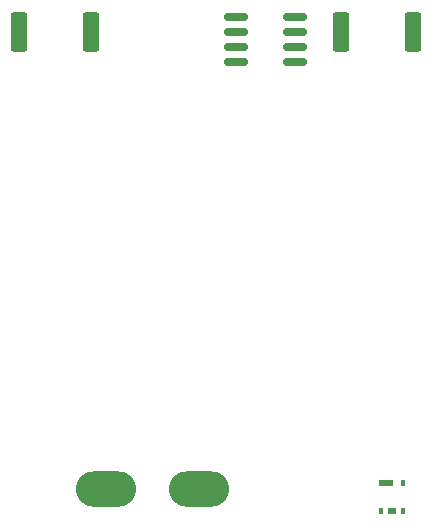
<source format=gbr>
%TF.GenerationSoftware,KiCad,Pcbnew,7.0.2*%
%TF.CreationDate,2024-02-27T12:18:34-06:00*%
%TF.ProjectId,Relay_board_hardware,52656c61-795f-4626-9f61-72645f686172,rev?*%
%TF.SameCoordinates,Original*%
%TF.FileFunction,Paste,Top*%
%TF.FilePolarity,Positive*%
%FSLAX46Y46*%
G04 Gerber Fmt 4.6, Leading zero omitted, Abs format (unit mm)*
G04 Created by KiCad (PCBNEW 7.0.2) date 2024-02-27 12:18:34*
%MOMM*%
%LPD*%
G01*
G04 APERTURE LIST*
G04 Aperture macros list*
%AMRoundRect*
0 Rectangle with rounded corners*
0 $1 Rounding radius*
0 $2 $3 $4 $5 $6 $7 $8 $9 X,Y pos of 4 corners*
0 Add a 4 corners polygon primitive as box body*
4,1,4,$2,$3,$4,$5,$6,$7,$8,$9,$2,$3,0*
0 Add four circle primitives for the rounded corners*
1,1,$1+$1,$2,$3*
1,1,$1+$1,$4,$5*
1,1,$1+$1,$6,$7*
1,1,$1+$1,$8,$9*
0 Add four rect primitives between the rounded corners*
20,1,$1+$1,$2,$3,$4,$5,0*
20,1,$1+$1,$4,$5,$6,$7,0*
20,1,$1+$1,$6,$7,$8,$9,0*
20,1,$1+$1,$8,$9,$2,$3,0*%
G04 Aperture macros list end*
%ADD10O,5.100000X3.000000*%
%ADD11RoundRect,0.249999X0.450001X1.425001X-0.450001X1.425001X-0.450001X-1.425001X0.450001X-1.425001X0*%
%ADD12R,0.400000X0.500000*%
%ADD13R,0.750000X0.500000*%
%ADD14R,1.300000X0.500000*%
%ADD15RoundRect,0.150000X0.825000X0.150000X-0.825000X0.150000X-0.825000X-0.150000X0.825000X-0.150000X0*%
G04 APERTURE END LIST*
D10*
%TO.C,Conn1*%
X148463000Y-133922800D03*
X156337000Y-133922800D03*
%TD*%
D11*
%TO.C,R2*%
X147195000Y-95250000D03*
X141095000Y-95250000D03*
%TD*%
D12*
%TO.C,IC1*%
X171770000Y-135820000D03*
D13*
X172720000Y-135820000D03*
D12*
X173670000Y-135820000D03*
X173670000Y-133420000D03*
D14*
X172220000Y-133420000D03*
%TD*%
D15*
%TO.C,U1*%
X164465000Y-97790000D03*
X164465000Y-96520000D03*
X164465000Y-95250000D03*
X164465000Y-93980000D03*
X159515000Y-93980000D03*
X159515000Y-95250000D03*
X159515000Y-96520000D03*
X159515000Y-97790000D03*
%TD*%
D11*
%TO.C,R1*%
X174500000Y-95250000D03*
X168400000Y-95250000D03*
%TD*%
M02*

</source>
